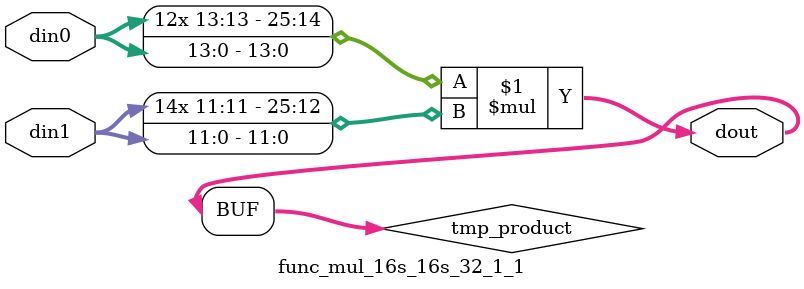
<source format=v>

`timescale 1 ns / 1 ps

  module func_mul_16s_16s_32_1_1(din0, din1, dout);
parameter ID = 1;
parameter NUM_STAGE = 0;
parameter din0_WIDTH = 14;
parameter din1_WIDTH = 12;
parameter dout_WIDTH = 26;

input [din0_WIDTH - 1 : 0] din0; 
input [din1_WIDTH - 1 : 0] din1; 
output [dout_WIDTH - 1 : 0] dout;

wire signed [dout_WIDTH - 1 : 0] tmp_product;













assign tmp_product = $signed(din0) * $signed(din1);








assign dout = tmp_product;







endmodule

</source>
